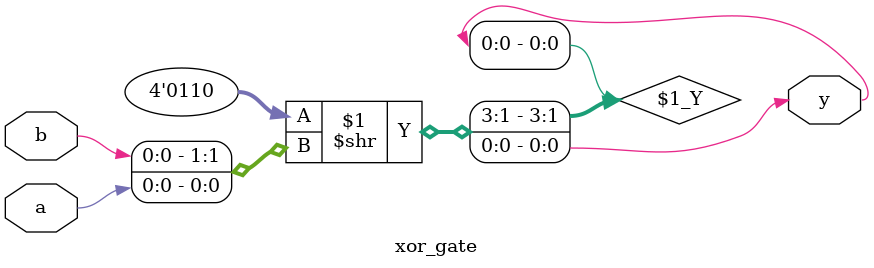
<source format=v>
/* Generated by Yosys 0.35+58 (git sha1 8bd681acf, gcc 9.4.0-1ubuntu1~20.04.2 -fPIC -Os) */

(* top =  1  *)
(* src = "./benchmark/xor.v:1.1-3.10" *)
module xor_gate(a, b, y);
  (* src = "./benchmark/xor.v:1.23-1.24" *)
  input a;
  wire a;
  (* src = "./benchmark/xor.v:1.32-1.33" *)
  input b;
  wire b;
  (* src = "./benchmark/xor.v:1.42-1.43" *)
  output y;
  wire y;
  assign y = 4'h6 >> { b, a };
endmodule

</source>
